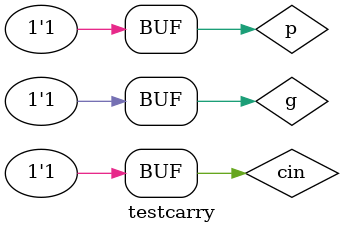
<source format=sv>
module testcarry();
    logic cin,p,g,cout;

    // Instantiate the design under test
    carry dave(cin,p,g,cout);
    initial begin
        // Debugging: Monitor signal changes
        // $monitor("Time=%0t A=%b B=%b Sum=%b Carry=%b", $time, A, B, sum, c);

        // Test cases
        cin=0; p = 0; g = 0;                  #20;
               g = 1;                  #10;
        p=1;   g=0;                      #10;
        p=1; g=1;       #10;
        cin=1; p = 0; g = 0;                  #10;
            g = 1;                  #10;
        p=1;   g=0;                      #10;
        p=1; g=1;       #10;

        // End simulation
        // $finish;
    end
endmodule

</source>
